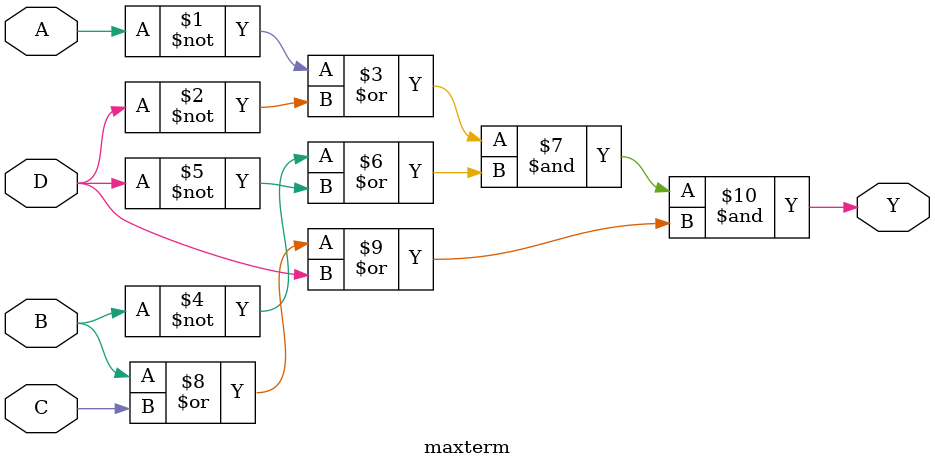
<source format=v>
module maxterm (
    input A, B, C, D,
    output Y
);

assign Y = (~A | ~D) & (~B | ~D) & (B | C | D);

endmodule

</source>
